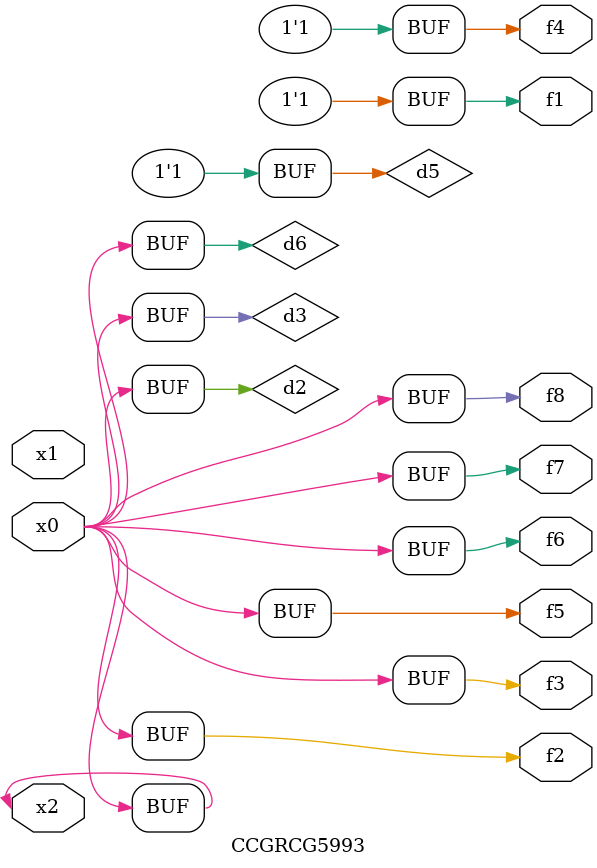
<source format=v>
module CCGRCG5993(
	input x0, x1, x2,
	output f1, f2, f3, f4, f5, f6, f7, f8
);

	wire d1, d2, d3, d4, d5, d6;

	xnor (d1, x2);
	buf (d2, x0, x2);
	and (d3, x0);
	xnor (d4, x1, x2);
	nand (d5, d1, d3);
	buf (d6, d2, d3);
	assign f1 = d5;
	assign f2 = d6;
	assign f3 = d6;
	assign f4 = d5;
	assign f5 = d6;
	assign f6 = d6;
	assign f7 = d6;
	assign f8 = d6;
endmodule

</source>
